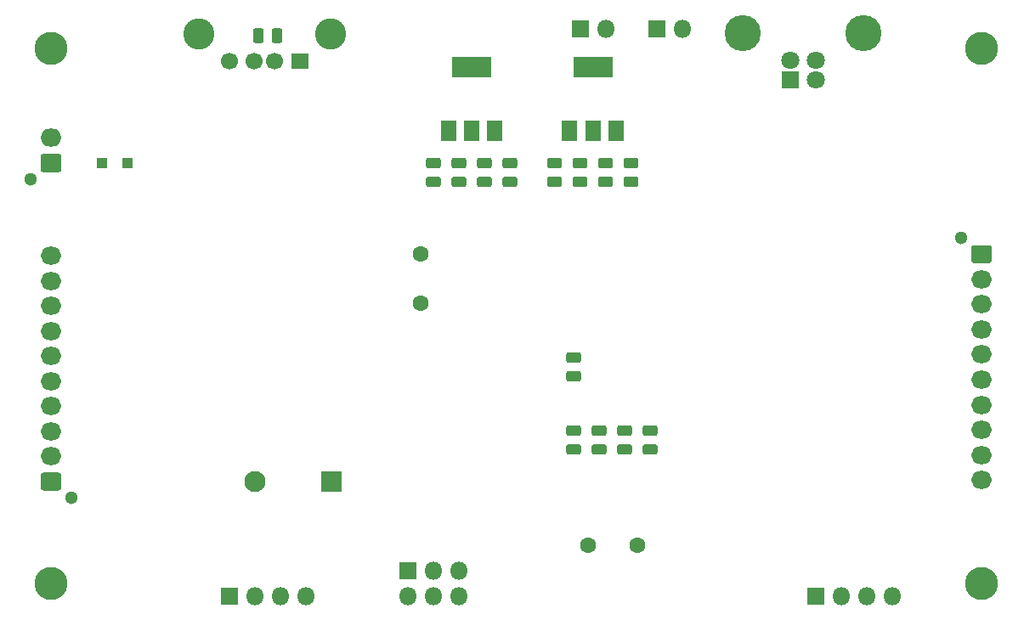
<source format=gbr>
%TF.GenerationSoftware,KiCad,Pcbnew,(5.1.6)-1*%
%TF.CreationDate,2021-07-30T14:46:14+05:30*%
%TF.ProjectId,StockPile_Final,53746f63-6b50-4696-9c65-5f46696e616c,rev?*%
%TF.SameCoordinates,Original*%
%TF.FileFunction,Soldermask,Bot*%
%TF.FilePolarity,Negative*%
%FSLAX46Y46*%
G04 Gerber Fmt 4.6, Leading zero omitted, Abs format (unit mm)*
G04 Created by KiCad (PCBNEW (5.1.6)-1) date 2021-07-30 14:46:14*
%MOMM*%
%LPD*%
G01*
G04 APERTURE LIST*
%ADD10O,2.050000X1.800000*%
%ADD11C,1.300000*%
%ADD12C,1.600000*%
%ADD13O,1.800000X1.800000*%
%ADD14R,1.800000X1.800000*%
%ADD15C,2.100000*%
%ADD16R,2.100000X2.100000*%
%ADD17O,2.100000X1.800000*%
%ADD18R,1.100000X1.100000*%
%ADD19R,1.600000X2.100000*%
%ADD20R,3.900000X2.100000*%
%ADD21C,3.600000*%
%ADD22C,1.800000*%
%ADD23C,1.700000*%
%ADD24R,1.700000X1.600000*%
%ADD25C,3.100000*%
%ADD26C,3.300000*%
G04 APERTURE END LIST*
%TO.C,J3*%
G36*
G01*
X99820400Y-98690000D02*
X98299600Y-98690000D01*
G75*
G02*
X98035000Y-98425400I0J264600D01*
G01*
X98035000Y-97154600D01*
G75*
G02*
X98299600Y-96890000I264600J0D01*
G01*
X99820400Y-96890000D01*
G75*
G02*
X100085000Y-97154600I0J-264600D01*
G01*
X100085000Y-98425400D01*
G75*
G02*
X99820400Y-98690000I-264600J0D01*
G01*
G37*
D10*
X99060000Y-95290000D03*
X99060000Y-92790000D03*
X99060000Y-90290000D03*
X99060000Y-87790000D03*
X99060000Y-85290000D03*
X99060000Y-82790000D03*
X99060000Y-80290000D03*
X99060000Y-77790000D03*
X99060000Y-75290000D03*
D11*
X101060000Y-99390000D03*
%TD*%
D12*
%TO.C,Y2*%
X152600000Y-104140000D03*
X157480000Y-104140000D03*
%TD*%
%TO.C,J10*%
G36*
G01*
X191009706Y-74230000D02*
X192530294Y-74230000D01*
G75*
G02*
X192795000Y-74494706I0J-264706D01*
G01*
X192795000Y-75765294D01*
G75*
G02*
X192530294Y-76030000I-264706J0D01*
G01*
X191009706Y-76030000D01*
G75*
G02*
X190745000Y-75765294I0J264706D01*
G01*
X190745000Y-74494706D01*
G75*
G02*
X191009706Y-74230000I264706J0D01*
G01*
G37*
D10*
X191770000Y-77630000D03*
X191770000Y-80130000D03*
X191770000Y-82630000D03*
X191770000Y-85130000D03*
X191770000Y-87630000D03*
X191770000Y-90130000D03*
X191770000Y-92630000D03*
X191770000Y-95130000D03*
X191770000Y-97630000D03*
D11*
X189770000Y-73530000D03*
%TD*%
D13*
%TO.C,J9*%
X139700000Y-109220000D03*
X139700000Y-106680000D03*
X137160000Y-109220000D03*
X137160000Y-106680000D03*
X134620000Y-109220000D03*
D14*
X134620000Y-106680000D03*
%TD*%
D13*
%TO.C,J8*%
X182880000Y-109220000D03*
X180340000Y-109220000D03*
X177800000Y-109220000D03*
D14*
X175260000Y-109220000D03*
%TD*%
D13*
%TO.C,J7*%
X124460000Y-109220000D03*
X121920000Y-109220000D03*
X119380000Y-109220000D03*
D14*
X116840000Y-109220000D03*
%TD*%
%TO.C,C26*%
G36*
G01*
X151611250Y-93247500D02*
X150648750Y-93247500D01*
G75*
G02*
X150380000Y-92978750I0J268750D01*
G01*
X150380000Y-92441250D01*
G75*
G02*
X150648750Y-92172500I268750J0D01*
G01*
X151611250Y-92172500D01*
G75*
G02*
X151880000Y-92441250I0J-268750D01*
G01*
X151880000Y-92978750D01*
G75*
G02*
X151611250Y-93247500I-268750J0D01*
G01*
G37*
G36*
G01*
X151611250Y-95122500D02*
X150648750Y-95122500D01*
G75*
G02*
X150380000Y-94853750I0J268750D01*
G01*
X150380000Y-94316250D01*
G75*
G02*
X150648750Y-94047500I268750J0D01*
G01*
X151611250Y-94047500D01*
G75*
G02*
X151880000Y-94316250I0J-268750D01*
G01*
X151880000Y-94853750D01*
G75*
G02*
X151611250Y-95122500I-268750J0D01*
G01*
G37*
%TD*%
%TO.C,C25*%
G36*
G01*
X156691250Y-93247500D02*
X155728750Y-93247500D01*
G75*
G02*
X155460000Y-92978750I0J268750D01*
G01*
X155460000Y-92441250D01*
G75*
G02*
X155728750Y-92172500I268750J0D01*
G01*
X156691250Y-92172500D01*
G75*
G02*
X156960000Y-92441250I0J-268750D01*
G01*
X156960000Y-92978750D01*
G75*
G02*
X156691250Y-93247500I-268750J0D01*
G01*
G37*
G36*
G01*
X156691250Y-95122500D02*
X155728750Y-95122500D01*
G75*
G02*
X155460000Y-94853750I0J268750D01*
G01*
X155460000Y-94316250D01*
G75*
G02*
X155728750Y-94047500I268750J0D01*
G01*
X156691250Y-94047500D01*
G75*
G02*
X156960000Y-94316250I0J-268750D01*
G01*
X156960000Y-94853750D01*
G75*
G02*
X156691250Y-95122500I-268750J0D01*
G01*
G37*
%TD*%
%TO.C,C24*%
G36*
G01*
X159231250Y-93247500D02*
X158268750Y-93247500D01*
G75*
G02*
X158000000Y-92978750I0J268750D01*
G01*
X158000000Y-92441250D01*
G75*
G02*
X158268750Y-92172500I268750J0D01*
G01*
X159231250Y-92172500D01*
G75*
G02*
X159500000Y-92441250I0J-268750D01*
G01*
X159500000Y-92978750D01*
G75*
G02*
X159231250Y-93247500I-268750J0D01*
G01*
G37*
G36*
G01*
X159231250Y-95122500D02*
X158268750Y-95122500D01*
G75*
G02*
X158000000Y-94853750I0J268750D01*
G01*
X158000000Y-94316250D01*
G75*
G02*
X158268750Y-94047500I268750J0D01*
G01*
X159231250Y-94047500D01*
G75*
G02*
X159500000Y-94316250I0J-268750D01*
G01*
X159500000Y-94853750D01*
G75*
G02*
X159231250Y-95122500I-268750J0D01*
G01*
G37*
%TD*%
%TO.C,C23*%
G36*
G01*
X154151250Y-93247500D02*
X153188750Y-93247500D01*
G75*
G02*
X152920000Y-92978750I0J268750D01*
G01*
X152920000Y-92441250D01*
G75*
G02*
X153188750Y-92172500I268750J0D01*
G01*
X154151250Y-92172500D01*
G75*
G02*
X154420000Y-92441250I0J-268750D01*
G01*
X154420000Y-92978750D01*
G75*
G02*
X154151250Y-93247500I-268750J0D01*
G01*
G37*
G36*
G01*
X154151250Y-95122500D02*
X153188750Y-95122500D01*
G75*
G02*
X152920000Y-94853750I0J268750D01*
G01*
X152920000Y-94316250D01*
G75*
G02*
X153188750Y-94047500I268750J0D01*
G01*
X154151250Y-94047500D01*
G75*
G02*
X154420000Y-94316250I0J-268750D01*
G01*
X154420000Y-94853750D01*
G75*
G02*
X154151250Y-95122500I-268750J0D01*
G01*
G37*
%TD*%
%TO.C,C20*%
G36*
G01*
X150648750Y-86760000D02*
X151611250Y-86760000D01*
G75*
G02*
X151880000Y-87028750I0J-268750D01*
G01*
X151880000Y-87566250D01*
G75*
G02*
X151611250Y-87835000I-268750J0D01*
G01*
X150648750Y-87835000D01*
G75*
G02*
X150380000Y-87566250I0J268750D01*
G01*
X150380000Y-87028750D01*
G75*
G02*
X150648750Y-86760000I268750J0D01*
G01*
G37*
G36*
G01*
X150648750Y-84885000D02*
X151611250Y-84885000D01*
G75*
G02*
X151880000Y-85153750I0J-268750D01*
G01*
X151880000Y-85691250D01*
G75*
G02*
X151611250Y-85960000I-268750J0D01*
G01*
X150648750Y-85960000D01*
G75*
G02*
X150380000Y-85691250I0J268750D01*
G01*
X150380000Y-85153750D01*
G75*
G02*
X150648750Y-84885000I268750J0D01*
G01*
G37*
%TD*%
D15*
%TO.C,BZ1*%
X119400000Y-97790000D03*
D16*
X127000000Y-97790000D03*
%TD*%
D12*
%TO.C,Y1*%
X135890000Y-75130000D03*
X135890000Y-80010000D03*
%TD*%
%TO.C,C14*%
G36*
G01*
X120250000Y-52858750D02*
X120250000Y-53821250D01*
G75*
G02*
X119981250Y-54090000I-268750J0D01*
G01*
X119443750Y-54090000D01*
G75*
G02*
X119175000Y-53821250I0J268750D01*
G01*
X119175000Y-52858750D01*
G75*
G02*
X119443750Y-52590000I268750J0D01*
G01*
X119981250Y-52590000D01*
G75*
G02*
X120250000Y-52858750I0J-268750D01*
G01*
G37*
G36*
G01*
X122125000Y-52858750D02*
X122125000Y-53821250D01*
G75*
G02*
X121856250Y-54090000I-268750J0D01*
G01*
X121318750Y-54090000D01*
G75*
G02*
X121050000Y-53821250I0J268750D01*
G01*
X121050000Y-52858750D01*
G75*
G02*
X121318750Y-52590000I268750J0D01*
G01*
X121856250Y-52590000D01*
G75*
G02*
X122125000Y-52858750I0J-268750D01*
G01*
G37*
%TD*%
D13*
%TO.C,J6*%
X161925000Y-52705000D03*
D14*
X159385000Y-52705000D03*
%TD*%
D13*
%TO.C,J5*%
X154305000Y-52705000D03*
D14*
X151765000Y-52705000D03*
%TD*%
%TO.C,J4*%
G36*
G01*
X99845294Y-66940000D02*
X98274706Y-66940000D01*
G75*
G02*
X98010000Y-66675294I0J264706D01*
G01*
X98010000Y-65404706D01*
G75*
G02*
X98274706Y-65140000I264706J0D01*
G01*
X99845294Y-65140000D01*
G75*
G02*
X100110000Y-65404706I0J-264706D01*
G01*
X100110000Y-66675294D01*
G75*
G02*
X99845294Y-66940000I-264706J0D01*
G01*
G37*
D17*
X99060000Y-63540000D03*
D11*
X97060000Y-67640000D03*
%TD*%
D18*
%TO.C,D1*%
X106680000Y-66040000D03*
X104180000Y-66040000D03*
%TD*%
%TO.C,C8*%
G36*
G01*
X145261250Y-66577500D02*
X144298750Y-66577500D01*
G75*
G02*
X144030000Y-66308750I0J268750D01*
G01*
X144030000Y-65771250D01*
G75*
G02*
X144298750Y-65502500I268750J0D01*
G01*
X145261250Y-65502500D01*
G75*
G02*
X145530000Y-65771250I0J-268750D01*
G01*
X145530000Y-66308750D01*
G75*
G02*
X145261250Y-66577500I-268750J0D01*
G01*
G37*
G36*
G01*
X145261250Y-68452500D02*
X144298750Y-68452500D01*
G75*
G02*
X144030000Y-68183750I0J268750D01*
G01*
X144030000Y-67646250D01*
G75*
G02*
X144298750Y-67377500I268750J0D01*
G01*
X145261250Y-67377500D01*
G75*
G02*
X145530000Y-67646250I0J-268750D01*
G01*
X145530000Y-68183750D01*
G75*
G02*
X145261250Y-68452500I-268750J0D01*
G01*
G37*
%TD*%
%TO.C,C7*%
G36*
G01*
X157326250Y-66577500D02*
X156363750Y-66577500D01*
G75*
G02*
X156095000Y-66308750I0J268750D01*
G01*
X156095000Y-65771250D01*
G75*
G02*
X156363750Y-65502500I268750J0D01*
G01*
X157326250Y-65502500D01*
G75*
G02*
X157595000Y-65771250I0J-268750D01*
G01*
X157595000Y-66308750D01*
G75*
G02*
X157326250Y-66577500I-268750J0D01*
G01*
G37*
G36*
G01*
X157326250Y-68452500D02*
X156363750Y-68452500D01*
G75*
G02*
X156095000Y-68183750I0J268750D01*
G01*
X156095000Y-67646250D01*
G75*
G02*
X156363750Y-67377500I268750J0D01*
G01*
X157326250Y-67377500D01*
G75*
G02*
X157595000Y-67646250I0J-268750D01*
G01*
X157595000Y-68183750D01*
G75*
G02*
X157326250Y-68452500I-268750J0D01*
G01*
G37*
%TD*%
%TO.C,C6*%
G36*
G01*
X142721250Y-66577500D02*
X141758750Y-66577500D01*
G75*
G02*
X141490000Y-66308750I0J268750D01*
G01*
X141490000Y-65771250D01*
G75*
G02*
X141758750Y-65502500I268750J0D01*
G01*
X142721250Y-65502500D01*
G75*
G02*
X142990000Y-65771250I0J-268750D01*
G01*
X142990000Y-66308750D01*
G75*
G02*
X142721250Y-66577500I-268750J0D01*
G01*
G37*
G36*
G01*
X142721250Y-68452500D02*
X141758750Y-68452500D01*
G75*
G02*
X141490000Y-68183750I0J268750D01*
G01*
X141490000Y-67646250D01*
G75*
G02*
X141758750Y-67377500I268750J0D01*
G01*
X142721250Y-67377500D01*
G75*
G02*
X142990000Y-67646250I0J-268750D01*
G01*
X142990000Y-68183750D01*
G75*
G02*
X142721250Y-68452500I-268750J0D01*
G01*
G37*
%TD*%
%TO.C,C5*%
G36*
G01*
X154786250Y-66577500D02*
X153823750Y-66577500D01*
G75*
G02*
X153555000Y-66308750I0J268750D01*
G01*
X153555000Y-65771250D01*
G75*
G02*
X153823750Y-65502500I268750J0D01*
G01*
X154786250Y-65502500D01*
G75*
G02*
X155055000Y-65771250I0J-268750D01*
G01*
X155055000Y-66308750D01*
G75*
G02*
X154786250Y-66577500I-268750J0D01*
G01*
G37*
G36*
G01*
X154786250Y-68452500D02*
X153823750Y-68452500D01*
G75*
G02*
X153555000Y-68183750I0J268750D01*
G01*
X153555000Y-67646250D01*
G75*
G02*
X153823750Y-67377500I268750J0D01*
G01*
X154786250Y-67377500D01*
G75*
G02*
X155055000Y-67646250I0J-268750D01*
G01*
X155055000Y-68183750D01*
G75*
G02*
X154786250Y-68452500I-268750J0D01*
G01*
G37*
%TD*%
%TO.C,C4*%
G36*
G01*
X139218750Y-67377500D02*
X140181250Y-67377500D01*
G75*
G02*
X140450000Y-67646250I0J-268750D01*
G01*
X140450000Y-68183750D01*
G75*
G02*
X140181250Y-68452500I-268750J0D01*
G01*
X139218750Y-68452500D01*
G75*
G02*
X138950000Y-68183750I0J268750D01*
G01*
X138950000Y-67646250D01*
G75*
G02*
X139218750Y-67377500I268750J0D01*
G01*
G37*
G36*
G01*
X139218750Y-65502500D02*
X140181250Y-65502500D01*
G75*
G02*
X140450000Y-65771250I0J-268750D01*
G01*
X140450000Y-66308750D01*
G75*
G02*
X140181250Y-66577500I-268750J0D01*
G01*
X139218750Y-66577500D01*
G75*
G02*
X138950000Y-66308750I0J268750D01*
G01*
X138950000Y-65771250D01*
G75*
G02*
X139218750Y-65502500I268750J0D01*
G01*
G37*
%TD*%
%TO.C,C3*%
G36*
G01*
X151283750Y-67377500D02*
X152246250Y-67377500D01*
G75*
G02*
X152515000Y-67646250I0J-268750D01*
G01*
X152515000Y-68183750D01*
G75*
G02*
X152246250Y-68452500I-268750J0D01*
G01*
X151283750Y-68452500D01*
G75*
G02*
X151015000Y-68183750I0J268750D01*
G01*
X151015000Y-67646250D01*
G75*
G02*
X151283750Y-67377500I268750J0D01*
G01*
G37*
G36*
G01*
X151283750Y-65502500D02*
X152246250Y-65502500D01*
G75*
G02*
X152515000Y-65771250I0J-268750D01*
G01*
X152515000Y-66308750D01*
G75*
G02*
X152246250Y-66577500I-268750J0D01*
G01*
X151283750Y-66577500D01*
G75*
G02*
X151015000Y-66308750I0J268750D01*
G01*
X151015000Y-65771250D01*
G75*
G02*
X151283750Y-65502500I268750J0D01*
G01*
G37*
%TD*%
%TO.C,C2*%
G36*
G01*
X136678750Y-67377500D02*
X137641250Y-67377500D01*
G75*
G02*
X137910000Y-67646250I0J-268750D01*
G01*
X137910000Y-68183750D01*
G75*
G02*
X137641250Y-68452500I-268750J0D01*
G01*
X136678750Y-68452500D01*
G75*
G02*
X136410000Y-68183750I0J268750D01*
G01*
X136410000Y-67646250D01*
G75*
G02*
X136678750Y-67377500I268750J0D01*
G01*
G37*
G36*
G01*
X136678750Y-65502500D02*
X137641250Y-65502500D01*
G75*
G02*
X137910000Y-65771250I0J-268750D01*
G01*
X137910000Y-66308750D01*
G75*
G02*
X137641250Y-66577500I-268750J0D01*
G01*
X136678750Y-66577500D01*
G75*
G02*
X136410000Y-66308750I0J268750D01*
G01*
X136410000Y-65771250D01*
G75*
G02*
X136678750Y-65502500I268750J0D01*
G01*
G37*
%TD*%
%TO.C,C1*%
G36*
G01*
X148743750Y-67377500D02*
X149706250Y-67377500D01*
G75*
G02*
X149975000Y-67646250I0J-268750D01*
G01*
X149975000Y-68183750D01*
G75*
G02*
X149706250Y-68452500I-268750J0D01*
G01*
X148743750Y-68452500D01*
G75*
G02*
X148475000Y-68183750I0J268750D01*
G01*
X148475000Y-67646250D01*
G75*
G02*
X148743750Y-67377500I268750J0D01*
G01*
G37*
G36*
G01*
X148743750Y-65502500D02*
X149706250Y-65502500D01*
G75*
G02*
X149975000Y-65771250I0J-268750D01*
G01*
X149975000Y-66308750D01*
G75*
G02*
X149706250Y-66577500I-268750J0D01*
G01*
X148743750Y-66577500D01*
G75*
G02*
X148475000Y-66308750I0J268750D01*
G01*
X148475000Y-65771250D01*
G75*
G02*
X148743750Y-65502500I268750J0D01*
G01*
G37*
%TD*%
D19*
%TO.C,U3*%
X143270000Y-62815000D03*
X138670000Y-62815000D03*
X140970000Y-62815000D03*
D20*
X140970000Y-56515000D03*
%TD*%
D19*
%TO.C,U2*%
X155335000Y-62815000D03*
X150735000Y-62815000D03*
X153035000Y-62815000D03*
D20*
X153035000Y-56515000D03*
%TD*%
D21*
%TO.C,J2*%
X179990000Y-53075000D03*
X167950000Y-53075000D03*
D22*
X172720000Y-55785000D03*
X175220000Y-55785000D03*
X175220000Y-57785000D03*
D14*
X172720000Y-57785000D03*
%TD*%
D23*
%TO.C,J1*%
X116825000Y-55880000D03*
X119325000Y-55880000D03*
X121325000Y-55880000D03*
D24*
X123825000Y-55880000D03*
D25*
X113755000Y-53170000D03*
X126895000Y-53170000D03*
%TD*%
D26*
%TO.C,H4*%
X191770000Y-107950000D03*
%TD*%
%TO.C,H3*%
X191770000Y-54610000D03*
%TD*%
%TO.C,H2*%
X99060000Y-107950000D03*
%TD*%
%TO.C,H1*%
X99060000Y-54610000D03*
%TD*%
M02*

</source>
